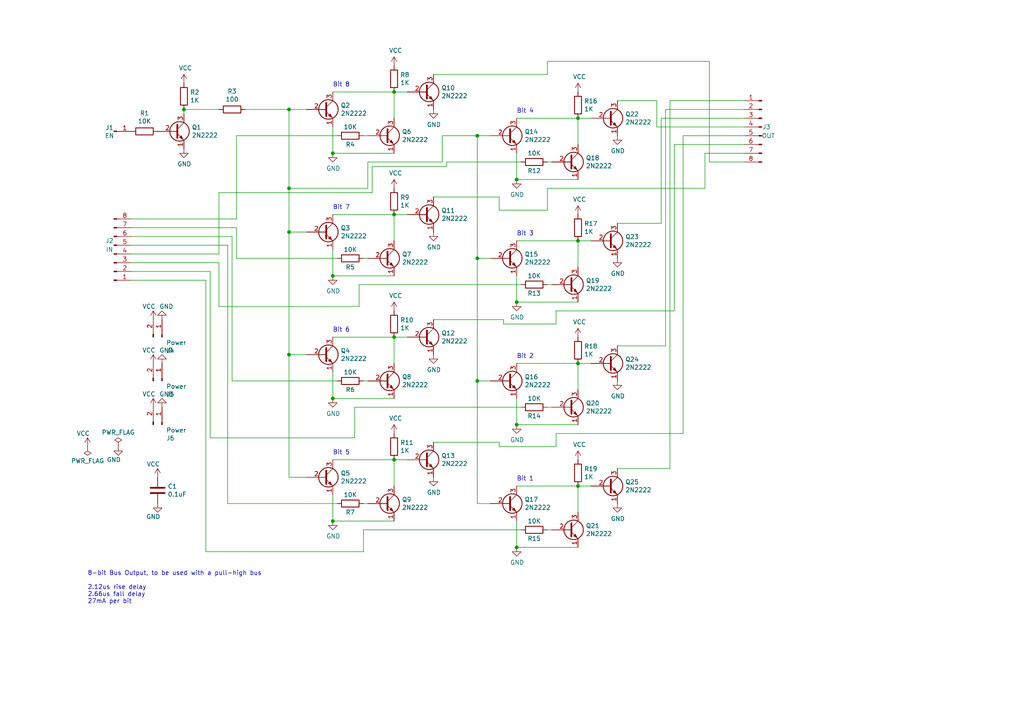
<source format=kicad_sch>
(kicad_sch (version 20230121) (generator eeschema)
  (paper "A4")
  (title_block (title "8-bit Bus Output Circuit") (date "2020-01-12") (rev "1"))
  (lib_symbols
    (symbol "2n2222:2N2222" (pin_names (offset 0) hide)
      (property "Reference" "Q" (at 5.08 1.905 0))
      (property "Value" "2N2222" (at 5.08 0 0))
      (symbol "2N2222_0_1"
        (polyline (pts (xy 0.635 0.635) (xy 2.54 2.54)))
        (polyline (pts (xy 0.635 -0.635) (xy 2.54 -2.54) (xy 2.54 -2.54)))
        (polyline (pts (xy 0.635 1.905) (xy 0.635 -1.905) (xy 0.635 -1.905)) (stroke (width 0.508)))
        (polyline (pts (xy 1.27 -1.778) (xy 1.778 -1.27) (xy 2.286 -2.286) (xy 1.27 -1.778) (xy 1.27 -1.778)) (fill (type outline)))
        (circle (center 1.27 0) (radius 2.8194) (stroke (width 0.254)))
      )
      (symbol "2N2222_1_1"
        (pin passive line (at 2.54 -5.08 90) (length 2.54) (name "E") (number "1"))
        (pin passive line (at -5.08 0 0) (length 5.715) (name "B") (number "2"))
        (pin passive line (at 2.54 5.08 270) (length 2.54) (name "C") (number "3"))
      )
    )
    (symbol "Connector:Conn_01x01_Pin" (pin_names (offset 1.016) hide)
      (property "Reference" "J" (at 0 2.54 0))
      (property "Value" "Conn_01x01_Pin" (at 0 -2.54 0))
      (symbol "Conn_01x01_Pin_1_1"
        (polyline (pts (xy 1.27 0) (xy 0.8636 0)) (stroke (width 0.1524)))
        (rectangle (start 0.8636 0.127) (end 0 -0.127) (stroke (width 0.1524)) (fill (type outline)))
        (pin passive line (at 5.08 0 180) (length 3.81) (name "Pin_1") (number "1"))
      )
    )
    (symbol "Connector:Conn_01x02_Pin" (pin_names (offset 1.016) hide)
      (property "Reference" "J" (at 0 2.54 0))
      (property "Value" "Conn_01x02_Pin" (at 0 -5.08 0))
      (symbol "Conn_01x02_Pin_1_1"
        (polyline (pts (xy 1.27 -2.54) (xy 0.8636 -2.54)) (stroke (width 0.1524)))
        (polyline (pts (xy 1.27 0) (xy 0.8636 0)) (stroke (width 0.1524)))
        (rectangle (start 0.8636 -2.413) (end 0 -2.667) (stroke (width 0.1524)) (fill (type outline)))
        (rectangle (start 0.8636 0.127) (end 0 -0.127) (stroke (width 0.1524)) (fill (type outline)))
        (pin passive line (at 5.08 0 180) (length 3.81) (name "Pin_1") (number "1"))
        (pin passive line (at 5.08 -2.54 180) (length 3.81) (name "Pin_2") (number "2"))
      )
    )
    (symbol "Connector:Conn_01x08_Pin" (pin_names (offset 1.016) hide)
      (property "Reference" "J" (at 0 10.16 0))
      (property "Value" "Conn_01x08_Pin" (at 0 -12.7 0))
      (symbol "Conn_01x08_Pin_1_1"
        (polyline (pts (xy 1.27 -10.16) (xy 0.8636 -10.16)) (stroke (width 0.1524)))
        (polyline (pts (xy 1.27 -7.62) (xy 0.8636 -7.62)) (stroke (width 0.1524)))
        (polyline (pts (xy 1.27 -5.08) (xy 0.8636 -5.08)) (stroke (width 0.1524)))
        (polyline (pts (xy 1.27 -2.54) (xy 0.8636 -2.54)) (stroke (width 0.1524)))
        (polyline (pts (xy 1.27 0) (xy 0.8636 0)) (stroke (width 0.1524)))
        (polyline (pts (xy 1.27 2.54) (xy 0.8636 2.54)) (stroke (width 0.1524)))
        (polyline (pts (xy 1.27 5.08) (xy 0.8636 5.08)) (stroke (width 0.1524)))
        (polyline (pts (xy 1.27 7.62) (xy 0.8636 7.62)) (stroke (width 0.1524)))
        (rectangle (start 0.8636 -10.033) (end 0 -10.287) (stroke (width 0.1524)) (fill (type outline)))
        (rectangle (start 0.8636 -7.493) (end 0 -7.747) (stroke (width 0.1524)) (fill (type outline)))
        (rectangle (start 0.8636 -4.953) (end 0 -5.207) (stroke (width 0.1524)) (fill (type outline)))
        (rectangle (start 0.8636 -2.413) (end 0 -2.667) (stroke (width 0.1524)) (fill (type outline)))
        (rectangle (start 0.8636 0.127) (end 0 -0.127) (stroke (width 0.1524)) (fill (type outline)))
        (rectangle (start 0.8636 2.667) (end 0 2.413) (stroke (width 0.1524)) (fill (type outline)))
        (rectangle (start 0.8636 5.207) (end 0 4.953) (stroke (width 0.1524)) (fill (type outline)))
        (rectangle (start 0.8636 7.747) (end 0 7.493) (stroke (width 0.1524)) (fill (type outline)))
        (pin passive line (at 5.08 7.62 180) (length 3.81) (name "Pin_1") (number "1"))
        (pin passive line (at 5.08 5.08 180) (length 3.81) (name "Pin_2") (number "2"))
        (pin passive line (at 5.08 2.54 180) (length 3.81) (name "Pin_3") (number "3"))
        (pin passive line (at 5.08 0 180) (length 3.81) (name "Pin_4") (number "4"))
        (pin passive line (at 5.08 -2.54 180) (length 3.81) (name "Pin_5") (number "5"))
        (pin passive line (at 5.08 -5.08 180) (length 3.81) (name "Pin_6") (number "6"))
        (pin passive line (at 5.08 -7.62 180) (length 3.81) (name "Pin_7") (number "7"))
        (pin passive line (at 5.08 -10.16 180) (length 3.81) (name "Pin_8") (number "8"))
      )
    )
    (symbol "Device:C" (pin_numbers hide) (pin_names (offset 0.254))
      (property "Reference" "C" (at 0.635 2.54 0))
      (property "Value" "C" (at 0.635 -2.54 0))
      (symbol "C_0_1"
        (polyline (pts (xy -2.032 -0.762) (xy 2.032 -0.762)) (stroke (width 0.508)))
        (polyline (pts (xy -2.032 0.762) (xy 2.032 0.762)) (stroke (width 0.508)))
      )
      (symbol "C_1_1"
        (pin passive line (at 0 3.81 270) (length 2.794) (name "~") (number "1"))
        (pin passive line (at 0 -3.81 90) (length 2.794) (name "~") (number "2"))
      )
    )
    (symbol "Device:R" (pin_numbers hide) (pin_names (offset 0))
      (property "Reference" "R" (at 2.032 0 90))
      (property "Value" "R" (at 0 0 90))
      (symbol "R_0_1"
        (rectangle (start -1.016 -2.54) (end 1.016 2.54) (stroke (width 0.254)))
      )
      (symbol "R_1_1"
        (pin passive line (at 0 3.81 270) (length 1.27) (name "~") (number "1"))
        (pin passive line (at 0 -3.81 90) (length 1.27) (name "~") (number "2"))
      )
    )
    (symbol "power:GND" (power) (pin_names (offset 0))
      (property "Value" "GND" (at 0 -3.81 0))
      (symbol "GND_0_1"
        (polyline (pts (xy 0 0) (xy 0 -1.27) (xy 1.27 -1.27) (xy 0 -2.54) (xy -1.27 -1.27) (xy 0 -1.27)))
      )
      (symbol "GND_1_1"
        (pin power_in line (at 0 0 270) (length 0) hide (name "GND") (number "1"))
      )
    )
    (symbol "power:PWR_FLAG" (power) (pin_numbers hide) (pin_names (offset 0) hide)
      (property "Value" "PWR_FLAG" (at 0 3.81 0))
      (symbol "PWR_FLAG_0_0"
        (pin power_out line (at 0 0 90) (length 0) (name "pwr") (number "1"))
      )
      (symbol "PWR_FLAG_0_1"
        (polyline (pts (xy 0 0) (xy 0 1.27) (xy -1.016 1.905) (xy 0 2.54) (xy 1.016 1.905) (xy 0 1.27)))
      )
    )
    (symbol "power:VCC" (power) (pin_names (offset 0))
      (property "Value" "VCC" (at 0 3.81 0))
      (symbol "VCC_0_1"
        (polyline (pts (xy -0.762 1.27) (xy 0 2.54)))
        (polyline (pts (xy 0 0) (xy 0 2.54)))
        (polyline (pts (xy 0 2.54) (xy 0.762 1.27)))
      )
      (symbol "VCC_1_1"
        (pin power_in line (at 0 0 90) (length 0) hide (name "VCC") (number "1"))
      )
    )
  )
  (junction (at 83.82 102.87))
  (junction (at 114.3 133.35))
  (junction (at 114.3 26.67))
  (junction (at 96.52 44.45))
  (junction (at 167.64 34.29))
  (junction (at 149.86 52.07))
  (junction (at 167.64 105.41))
  (junction (at 83.82 31.75))
  (junction (at 149.86 158.75))
  (junction (at 138.43 110.49))
  (junction (at 114.3 62.23))
  (junction (at 114.3 97.79))
  (junction (at 167.64 140.97))
  (junction (at 96.52 80.01))
  (junction (at 96.52 151.13))
  (junction (at 167.64 69.85))
  (junction (at 138.43 39.37))
  (junction (at 83.82 67.31))
  (junction (at 53.34 31.75))
  (junction (at 149.86 87.63))
  (junction (at 96.52 115.57))
  (junction (at 138.43 74.93))
  (junction (at 149.86 123.19))
  (junction (at 83.82 54.61))
  (wire (pts (xy 205.74 17.78) (xy 205.74 46.99)))
  (wire (pts (xy 83.82 102.87) (xy 83.82 138.43)))
  (wire (pts (xy 114.3 133.35) (xy 118.11 133.35)))
  (wire (pts (xy 146.05 93.98) (xy 161.29 93.98)))
  (wire (pts (xy 129.54 46.99) (xy 129.54 48.26)))
  (wire (pts (xy 104.14 82.55) (xy 104.14 88.9)))
  (wire (pts (xy 149.86 80.01) (xy 149.86 87.63)))
  (wire (pts (xy 96.52 72.39) (xy 96.52 80.01)))
  (wire (pts (xy 149.86 87.63) (xy 167.64 87.63)))
  (wire (pts (xy 96.52 44.45) (xy 114.3 44.45)))
  (wire (pts (xy 59.69 160.02) (xy 59.69 81.28)))
  (wire (pts (xy 105.41 153.67) (xy 105.41 160.02)))
  (wire (pts (xy 53.34 31.75) (xy 63.5 31.75)))
  (wire (pts (xy 114.3 105.41) (xy 114.3 97.79)))
  (wire (pts (xy 96.52 133.35) (xy 114.3 133.35)))
  (wire (pts (xy 190.5 36.83) (xy 215.9 36.83)))
  (wire (pts (xy 102.87 118.11) (xy 102.87 127)))
  (wire (pts (xy 96.52 80.01) (xy 114.3 80.01)))
  (wire (pts (xy 96.52 97.79) (xy 114.3 97.79)))
  (wire (pts (xy 96.52 62.23) (xy 114.3 62.23)))
  (wire (pts (xy 68.58 39.37) (xy 97.79 39.37)))
  (wire (pts (xy 158.75 46.99) (xy 160.02 46.99)))
  (wire (pts (xy 105.41 153.67) (xy 151.13 153.67)))
  (wire (pts (xy 104.14 82.55) (xy 151.13 82.55)))
  (wire (pts (xy 68.58 74.93) (xy 97.79 74.93)))
  (wire (pts (xy 96.52 36.83) (xy 96.52 44.45)))
  (wire (pts (xy 59.69 81.28) (xy 38.1 81.28)))
  (wire (pts (xy 158.75 82.55) (xy 160.02 82.55)))
  (wire (pts (xy 125.73 21.59) (xy 158.75 21.59)))
  (wire (pts (xy 194.31 29.21) (xy 215.9 29.21)))
  (wire (pts (xy 158.75 60.96) (xy 158.75 54.61)))
  (wire (pts (xy 83.82 67.31) (xy 83.82 102.87)))
  (wire (pts (xy 142.24 74.93) (xy 138.43 74.93)))
  (wire (pts (xy 83.82 102.87) (xy 88.9 102.87)))
  (wire (pts (xy 68.58 39.37) (xy 68.58 63.5)))
  (wire (pts (xy 149.86 52.07) (xy 167.64 52.07)))
  (wire (pts (xy 60.96 78.74) (xy 38.1 78.74)))
  (wire (pts (xy 105.41 160.02) (xy 59.69 160.02)))
  (wire (pts (xy 149.86 69.85) (xy 167.64 69.85)))
  (wire (pts (xy 105.41 74.93) (xy 106.68 74.93)))
  (wire (pts (xy 105.41 146.05) (xy 106.68 146.05)))
  (wire (pts (xy 193.04 100.33) (xy 193.04 31.75)))
  (wire (pts (xy 149.86 123.19) (xy 167.64 123.19)))
  (wire (pts (xy 205.74 46.99) (xy 215.9 46.99)))
  (wire (pts (xy 161.29 129.54) (xy 161.29 125.73)))
  (wire (pts (xy 102.87 118.11) (xy 151.13 118.11)))
  (wire (pts (xy 96.52 107.95) (xy 96.52 115.57)))
  (wire (pts (xy 138.43 74.93) (xy 138.43 110.49)))
  (wire (pts (xy 144.78 128.27) (xy 144.78 129.54)))
  (wire (pts (xy 96.52 26.67) (xy 114.3 26.67)))
  (wire (pts (xy 107.95 48.26) (xy 107.95 55.88)))
  (wire (pts (xy 125.73 92.71) (xy 146.05 92.71)))
  (wire (pts (xy 68.58 63.5) (xy 38.1 63.5)))
  (wire (pts (xy 149.86 158.75) (xy 167.64 158.75)))
  (wire (pts (xy 83.82 138.43) (xy 88.9 138.43)))
  (wire (pts (xy 149.86 151.13) (xy 149.86 158.75)))
  (wire (pts (xy 198.12 39.37) (xy 215.9 39.37)))
  (wire (pts (xy 167.64 140.97) (xy 171.45 140.97)))
  (wire (pts (xy 158.75 17.78) (xy 205.74 17.78)))
  (wire (pts (xy 83.82 54.61) (xy 106.68 54.61)))
  (wire (pts (xy 63.5 55.88) (xy 107.95 55.88)))
  (wire (pts (xy 179.07 29.21) (xy 190.5 29.21)))
  (wire (pts (xy 114.3 26.67) (xy 118.11 26.67)))
  (wire (pts (xy 68.58 66.04) (xy 68.58 74.93)))
  (wire (pts (xy 149.86 140.97) (xy 167.64 140.97)))
  (wire (pts (xy 60.96 127) (xy 60.96 78.74)))
  (wire (pts (xy 193.04 31.75) (xy 215.9 31.75)))
  (wire (pts (xy 138.43 146.05) (xy 142.24 146.05)))
  (wire (pts (xy 149.86 115.57) (xy 149.86 123.19)))
  (wire (pts (xy 114.3 97.79) (xy 118.11 97.79)))
  (wire (pts (xy 149.86 34.29) (xy 167.64 34.29)))
  (wire (pts (xy 129.54 46.99) (xy 151.13 46.99)))
  (wire (pts (xy 129.54 48.26) (xy 107.95 48.26)))
  (wire (pts (xy 63.5 73.66) (xy 38.1 73.66)))
  (wire (pts (xy 198.12 125.73) (xy 198.12 39.37)))
  (wire (pts (xy 149.86 105.41) (xy 167.64 105.41)))
  (wire (pts (xy 67.31 68.58) (xy 38.1 68.58)))
  (wire (pts (xy 195.58 90.17) (xy 195.58 41.91)))
  (wire (pts (xy 167.64 113.03) (xy 167.64 105.41)))
  (wire (pts (xy 138.43 74.93) (xy 138.43 39.37)))
  (wire (pts (xy 114.3 140.97) (xy 114.3 133.35)))
  (wire (pts (xy 63.5 88.9) (xy 63.5 76.2)))
  (wire (pts (xy 146.05 92.71) (xy 146.05 93.98)))
  (wire (pts (xy 161.29 125.73) (xy 198.12 125.73)))
  (wire (pts (xy 53.34 33.02) (xy 53.34 31.75)))
  (wire (pts (xy 125.73 128.27) (xy 144.78 128.27)))
  (wire (pts (xy 105.41 39.37) (xy 106.68 39.37)))
  (wire (pts (xy 102.87 127) (xy 60.96 127)))
  (wire (pts (xy 179.07 135.89) (xy 194.31 135.89)))
  (wire (pts (xy 138.43 39.37) (xy 142.24 39.37)))
  (wire (pts (xy 138.43 110.49) (xy 138.43 146.05)))
  (wire (pts (xy 38.1 66.04) (xy 68.58 66.04)))
  (wire (pts (xy 96.52 143.51) (xy 96.52 151.13)))
  (wire (pts (xy 125.73 57.15) (xy 144.78 57.15)))
  (wire (pts (xy 144.78 57.15) (xy 144.78 60.96)))
  (wire (pts (xy 179.07 100.33) (xy 193.04 100.33)))
  (wire (pts (xy 204.47 44.45) (xy 215.9 44.45)))
  (wire (pts (xy 104.14 88.9) (xy 63.5 88.9)))
  (wire (pts (xy 83.82 67.31) (xy 83.82 54.61)))
  (wire (pts (xy 167.64 34.29) (xy 171.45 34.29)))
  (wire (pts (xy 144.78 129.54) (xy 161.29 129.54)))
  (wire (pts (xy 161.29 90.17) (xy 195.58 90.17)))
  (wire (pts (xy 167.64 77.47) (xy 167.64 69.85)))
  (wire (pts (xy 158.75 118.11) (xy 160.02 118.11)))
  (wire (pts (xy 88.9 67.31) (xy 83.82 67.31)))
  (wire (pts (xy 114.3 69.85) (xy 114.3 62.23)))
  (wire (pts (xy 191.77 34.29) (xy 215.9 34.29)))
  (wire (pts (xy 138.43 110.49) (xy 142.24 110.49)))
  (wire (pts (xy 167.64 105.41) (xy 171.45 105.41)))
  (wire (pts (xy 149.86 44.45) (xy 149.86 52.07)))
  (wire (pts (xy 179.07 64.77) (xy 191.77 64.77)))
  (wire (pts (xy 63.5 76.2) (xy 38.1 76.2)))
  (wire (pts (xy 167.64 148.59) (xy 167.64 140.97)))
  (wire (pts (xy 63.5 55.88) (xy 63.5 73.66)))
  (wire (pts (xy 158.75 21.59) (xy 158.75 17.78)))
  (wire (pts (xy 67.31 110.49) (xy 97.79 110.49)))
  (wire (pts (xy 96.52 115.57) (xy 114.3 115.57)))
  (wire (pts (xy 38.1 71.12) (xy 66.04 71.12)))
  (wire (pts (xy 71.12 31.75) (xy 83.82 31.75)))
  (wire (pts (xy 105.41 110.49) (xy 106.68 110.49)))
  (wire (pts (xy 114.3 62.23) (xy 118.11 62.23)))
  (wire (pts (xy 128.27 39.37) (xy 138.43 39.37)))
  (wire (pts (xy 144.78 60.96) (xy 158.75 60.96)))
  (wire (pts (xy 194.31 135.89) (xy 194.31 29.21)))
  (wire (pts (xy 204.47 54.61) (xy 204.47 44.45)))
  (wire (pts (xy 190.5 29.21) (xy 190.5 36.83)))
  (wire (pts (xy 158.75 54.61) (xy 204.47 54.61)))
  (wire (pts (xy 114.3 34.29) (xy 114.3 26.67)))
  (wire (pts (xy 158.75 153.67) (xy 160.02 153.67)))
  (wire (pts (xy 167.64 69.85) (xy 171.45 69.85)))
  (wire (pts (xy 161.29 93.98) (xy 161.29 90.17)))
  (wire (pts (xy 195.58 41.91) (xy 215.9 41.91)))
  (wire (pts (xy 66.04 146.05) (xy 97.79 146.05)))
  (wire (pts (xy 106.68 46.99) (xy 128.27 46.99)))
  (wire (pts (xy 191.77 64.77) (xy 191.77 34.29)))
  (wire (pts (xy 83.82 54.61) (xy 83.82 31.75)))
  (wire (pts (xy 83.82 31.75) (xy 88.9 31.75)))
  (wire (pts (xy 106.68 54.61) (xy 106.68 46.99)))
  (wire (pts (xy 167.64 41.91) (xy 167.64 34.29)))
  (wire (pts (xy 128.27 46.99) (xy 128.27 39.37)))
  (wire (pts (xy 96.52 151.13) (xy 114.3 151.13)))
  (wire (pts (xy 66.04 71.12) (xy 66.04 146.05)))
  (wire (pts (xy 67.31 110.49) (xy 67.31 68.58)))
  (text "Bit 3" (at 149.86 68.58 0) (effects (font (size 1.27 1.27)) (justify left bottom)))
  (text "Bit 6" (at 96.52 96.52 0) (effects (font (size 1.27 1.27)) (justify left bottom)))
  (text "Bit 2" (at 149.86 104.14 0) (effects (font (size 1.27 1.27)) (justify left bottom)))
  (text "Bit 4" (at 149.86 33.02 0) (effects (font (size 1.27 1.27)) (justify left bottom)))
  (text "Bit 1" (at 149.86 139.7 0) (effects (font (size 1.27 1.27)) (justify left bottom)))
  (text "8-bit Bus Output, to be used with a pull-high bus\n\n2.12us rise delay\n2.66us fall delay\n27mA per bit" (at 25.4 175.26 0) (effects (font (size 1.27 1.27)) (justify left bottom)))
  (text "Bit 7" (at 96.52 60.96 0) (effects (font (size 1.27 1.27)) (justify left bottom)))
  (text "Bit 5" (at 96.52 132.08 0) (effects (font (size 1.27 1.27)) (justify left bottom)))
  (text "Bit 8" (at 96.52 25.4 0) (effects (font (size 1.27 1.27)) (justify left bottom)))
  (symbol (lib_id "Connector:Conn_01x01_Pin") (at 33.02 38.1 0) (mirror x) (unit 1)
    (property "Reference" "J1" (at 31.75 37.0586 0))
    (property "Value" "EN" (at 31.75 39.37 0))
    (property "Footprint" "Connector_PinHeader_2.54mm:PinHeader_1x01_P2.54mm_Vertical" (effects hide))
  )
  (symbol (lib_id "Device:R") (at 41.91 38.1 270) (unit 1)
    (property "Reference" "R1" (at 41.91 32.8422 90))
    (property "Value" "10K" (at 41.91 35.1536 90))
    (property "Footprint" "Resistor_THT:R_Axial_DIN0309_L9.0mm_D3.2mm_P12.70mm_Horizontal" (effects hide))
  )
  (symbol (lib_id "2n2222:2N2222") (at 50.8 38.1 0) (unit 1)
    (property "Reference" "Q1" (at 55.626 36.9316 0) (effects (justify left)))
    (property "Value" "2N2222" (at 55.626 39.243 0) (effects (justify left)))
    (property "Footprint" "Package_TO_SOT_THT:TO-92_Inline" (effects hide))
    (property "Datasheet" "https://www.fairchildsemi.com/datasheets/2N/2N3904.pdf" (effects hide))
  )
  (symbol (lib_id "Device:R") (at 53.34 27.94 180) (unit 1)
    (property "Reference" "R2" (at 55.118 26.7716 0) (effects (justify right)))
    (property "Value" "1K" (at 55.118 29.083 0) (effects (justify right)))
    (property "Footprint" "Resistor_THT:R_Axial_DIN0309_L9.0mm_D3.2mm_P12.70mm_Horizontal" (effects hide))
  )
  (symbol (lib_id "power:VCC") (at 53.34 24.13 0) (unit 1)
    (property "Reference" "#PWR01" (effects hide))
    (property "Value" "VCC" (at 53.7718 19.7358 0))
  )
  (symbol (lib_id "Device:R") (at 67.31 31.75 270) (unit 1)
    (property "Reference" "R3" (at 67.31 26.4922 90))
    (property "Value" "100" (at 67.31 28.8036 90))
    (property "Footprint" "Resistor_THT:R_Axial_DIN0309_L9.0mm_D3.2mm_P12.70mm_Horizontal" (effects hide))
  )
  (symbol (lib_id "2n2222:2N2222") (at 93.98 67.31 0) (unit 1)
    (property "Reference" "Q3" (at 98.806 66.1416 0) (effects (justify left)))
    (property "Value" "2N2222" (at 98.806 68.453 0) (effects (justify left)))
    (property "Footprint" "Package_TO_SOT_THT:TO-92_Inline" (effects hide))
    (property "Datasheet" "https://www.fairchildsemi.com/datasheets/2N/2N3904.pdf" (effects hide))
  )
  (symbol (lib_id "2n2222:2N2222") (at 111.76 74.93 0) (unit 1)
    (property "Reference" "Q7" (at 116.586 73.7616 0) (effects (justify left)))
    (property "Value" "2N2222" (at 116.586 76.073 0) (effects (justify left)))
    (property "Footprint" "Package_TO_SOT_THT:TO-92_Inline" (effects hide))
    (property "Datasheet" "https://www.fairchildsemi.com/datasheets/2N/2N3904.pdf" (effects hide))
  )
  (symbol (lib_id "power:GND") (at 96.52 80.01 0) (unit 1)
    (property "Reference" "#PWR03" (effects hide))
    (property "Value" "GND" (at 96.647 84.4042 0))
  )
  (symbol (lib_id "Device:R") (at 114.3 58.42 180) (unit 1)
    (property "Reference" "R9" (at 116.078 57.2516 0) (effects (justify right)))
    (property "Value" "1K" (at 116.078 59.563 0) (effects (justify right)))
    (property "Footprint" "Resistor_THT:R_Axial_DIN0309_L9.0mm_D3.2mm_P12.70mm_Horizontal" (effects hide))
  )
  (symbol (lib_id "power:VCC") (at 114.3 54.61 0) (unit 1)
    (property "Reference" "#PWR07" (effects hide))
    (property "Value" "VCC" (at 114.7318 50.2158 0))
  )
  (symbol (lib_id "2n2222:2N2222") (at 123.19 62.23 0) (unit 1)
    (property "Reference" "Q11" (at 128.016 61.0616 0) (effects (justify left)))
    (property "Value" "2N2222" (at 128.016 63.373 0) (effects (justify left)))
    (property "Footprint" "Package_TO_SOT_THT:TO-92_Inline" (effects hide))
    (property "Datasheet" "https://www.fairchildsemi.com/datasheets/2N/2N3904.pdf" (effects hide))
  )
  (symbol (lib_id "power:GND") (at 125.73 67.31 0) (unit 1)
    (property "Reference" "#PWR011" (effects hide))
    (property "Value" "GND" (at 125.857 71.7042 0))
  )
  (symbol (lib_id "Device:R") (at 101.6 74.93 270) (unit 1)
    (property "Reference" "R5" (at 101.6 77.47 90))
    (property "Value" "10K" (at 101.6 72.39 90))
    (property "Footprint" "Resistor_THT:R_Axial_DIN0309_L9.0mm_D3.2mm_P12.70mm_Horizontal" (effects hide))
  )
  (symbol (lib_id "2n2222:2N2222") (at 93.98 31.75 0) (unit 1)
    (property "Reference" "Q2" (at 98.806 30.5816 0) (effects (justify left)))
    (property "Value" "2N2222" (at 98.806 32.893 0) (effects (justify left)))
    (property "Footprint" "Package_TO_SOT_THT:TO-92_Inline" (effects hide))
    (property "Datasheet" "https://www.fairchildsemi.com/datasheets/2N/2N3904.pdf" (effects hide))
  )
  (symbol (lib_id "2n2222:2N2222") (at 111.76 39.37 0) (unit 1)
    (property "Reference" "Q6" (at 116.586 38.2016 0) (effects (justify left)))
    (property "Value" "2N2222" (at 116.586 40.513 0) (effects (justify left)))
    (property "Footprint" "Package_TO_SOT_THT:TO-92_Inline" (effects hide))
    (property "Datasheet" "https://www.fairchildsemi.com/datasheets/2N/2N3904.pdf" (effects hide))
  )
  (symbol (lib_id "power:GND") (at 96.52 44.45 0) (unit 1)
    (property "Reference" "#PWR02" (effects hide))
    (property "Value" "GND" (at 96.647 48.8442 0))
  )
  (symbol (lib_id "Device:R") (at 114.3 22.86 180) (unit 1)
    (property "Reference" "R8" (at 116.078 21.6916 0) (effects (justify right)))
    (property "Value" "1K" (at 116.078 24.003 0) (effects (justify right)))
    (property "Footprint" "Resistor_THT:R_Axial_DIN0309_L9.0mm_D3.2mm_P12.70mm_Horizontal" (effects hide))
  )
  (symbol (lib_id "power:VCC") (at 114.3 19.05 0) (unit 1)
    (property "Reference" "#PWR06" (effects hide))
    (property "Value" "VCC" (at 114.7318 14.6558 0))
  )
  (symbol (lib_id "2n2222:2N2222") (at 123.19 26.67 0) (unit 1)
    (property "Reference" "Q10" (at 128.016 25.5016 0) (effects (justify left)))
    (property "Value" "2N2222" (at 128.016 27.813 0) (effects (justify left)))
    (property "Footprint" "Package_TO_SOT_THT:TO-92_Inline" (effects hide))
    (property "Datasheet" "https://www.fairchildsemi.com/datasheets/2N/2N3904.pdf" (effects hide))
  )
  (symbol (lib_id "power:GND") (at 125.73 31.75 0) (unit 1)
    (property "Reference" "#PWR010" (effects hide))
    (property "Value" "GND" (at 125.857 36.1442 0))
  )
  (symbol (lib_id "Device:R") (at 101.6 39.37 270) (unit 1)
    (property "Reference" "R4" (at 101.6 41.91 90))
    (property "Value" "10K" (at 101.6 36.83 90))
    (property "Footprint" "Resistor_THT:R_Axial_DIN0309_L9.0mm_D3.2mm_P12.70mm_Horizontal" (effects hide))
  )
  (symbol (lib_id "2n2222:2N2222") (at 93.98 138.43 0) (unit 1)
    (property "Reference" "Q5" (at 98.806 137.2616 0) (effects (justify left)))
    (property "Value" "2N2222" (at 98.806 139.573 0) (effects (justify left)))
    (property "Footprint" "Package_TO_SOT_THT:TO-92_Inline" (effects hide))
    (property "Datasheet" "https://www.fairchildsemi.com/datasheets/2N/2N3904.pdf" (effects hide))
  )
  (symbol (lib_id "2n2222:2N2222") (at 111.76 146.05 0) (unit 1)
    (property "Reference" "Q9" (at 116.586 144.8816 0) (effects (justify left)))
    (property "Value" "2N2222" (at 116.586 147.193 0) (effects (justify left)))
    (property "Footprint" "Package_TO_SOT_THT:TO-92_Inline" (effects hide))
    (property "Datasheet" "https://www.fairchildsemi.com/datasheets/2N/2N3904.pdf" (effects hide))
  )
  (symbol (lib_id "power:GND") (at 96.52 151.13 0) (unit 1)
    (property "Reference" "#PWR05" (effects hide))
    (property "Value" "GND" (at 96.647 155.5242 0))
  )
  (symbol (lib_id "Device:R") (at 114.3 129.54 180) (unit 1)
    (property "Reference" "R11" (at 116.078 128.3716 0) (effects (justify right)))
    (property "Value" "1K" (at 116.078 130.683 0) (effects (justify right)))
    (property "Footprint" "Resistor_THT:R_Axial_DIN0309_L9.0mm_D3.2mm_P12.70mm_Horizontal" (effects hide))
  )
  (symbol (lib_id "power:VCC") (at 114.3 125.73 0) (unit 1)
    (property "Reference" "#PWR09" (effects hide))
    (property "Value" "VCC" (at 114.7318 121.3358 0))
  )
  (symbol (lib_id "2n2222:2N2222") (at 123.19 133.35 0) (unit 1)
    (property "Reference" "Q13" (at 128.016 132.1816 0) (effects (justify left)))
    (property "Value" "2N2222" (at 128.016 134.493 0) (effects (justify left)))
    (property "Footprint" "Package_TO_SOT_THT:TO-92_Inline" (effects hide))
    (property "Datasheet" "https://www.fairchildsemi.com/datasheets/2N/2N3904.pdf" (effects hide))
  )
  (symbol (lib_id "power:GND") (at 125.73 138.43 0) (unit 1)
    (property "Reference" "#PWR013" (effects hide))
    (property "Value" "GND" (at 125.857 142.8242 0))
  )
  (symbol (lib_id "Device:R") (at 101.6 146.05 270) (unit 1)
    (property "Reference" "R7" (at 101.6 148.59 90))
    (property "Value" "10K" (at 101.6 143.51 90))
    (property "Footprint" "Resistor_THT:R_Axial_DIN0309_L9.0mm_D3.2mm_P12.70mm_Horizontal" (effects hide))
  )
  (symbol (lib_id "2n2222:2N2222") (at 93.98 102.87 0) (unit 1)
    (property "Reference" "Q4" (at 98.806 101.7016 0) (effects (justify left)))
    (property "Value" "2N2222" (at 98.806 104.013 0) (effects (justify left)))
    (property "Footprint" "Package_TO_SOT_THT:TO-92_Inline" (effects hide))
    (property "Datasheet" "https://www.fairchildsemi.com/datasheets/2N/2N3904.pdf" (effects hide))
  )
  (symbol (lib_id "2n2222:2N2222") (at 111.76 110.49 0) (unit 1)
    (property "Reference" "Q8" (at 116.586 109.3216 0) (effects (justify left)))
    (property "Value" "2N2222" (at 116.586 111.633 0) (effects (justify left)))
    (property "Footprint" "Package_TO_SOT_THT:TO-92_Inline" (effects hide))
    (property "Datasheet" "https://www.fairchildsemi.com/datasheets/2N/2N3904.pdf" (effects hide))
  )
  (symbol (lib_id "power:GND") (at 96.52 115.57 0) (unit 1)
    (property "Reference" "#PWR04" (effects hide))
    (property "Value" "GND" (at 96.647 119.9642 0))
  )
  (symbol (lib_id "Device:R") (at 114.3 93.98 180) (unit 1)
    (property "Reference" "R10" (at 116.078 92.8116 0) (effects (justify right)))
    (property "Value" "1K" (at 116.078 95.123 0) (effects (justify right)))
    (property "Footprint" "Resistor_THT:R_Axial_DIN0309_L9.0mm_D3.2mm_P12.70mm_Horizontal" (effects hide))
  )
  (symbol (lib_id "power:VCC") (at 114.3 90.17 0) (unit 1)
    (property "Reference" "#PWR08" (effects hide))
    (property "Value" "VCC" (at 114.7318 85.7758 0))
  )
  (symbol (lib_id "2n2222:2N2222") (at 123.19 97.79 0) (unit 1)
    (property "Reference" "Q12" (at 128.016 96.6216 0) (effects (justify left)))
    (property "Value" "2N2222" (at 128.016 98.933 0) (effects (justify left)))
    (property "Footprint" "Package_TO_SOT_THT:TO-92_Inline" (effects hide))
    (property "Datasheet" "https://www.fairchildsemi.com/datasheets/2N/2N3904.pdf" (effects hide))
  )
  (symbol (lib_id "power:GND") (at 125.73 102.87 0) (unit 1)
    (property "Reference" "#PWR012" (effects hide))
    (property "Value" "GND" (at 125.857 107.2642 0))
  )
  (symbol (lib_id "Device:R") (at 101.6 110.49 270) (unit 1)
    (property "Reference" "R6" (at 101.6 113.03 90))
    (property "Value" "10K" (at 101.6 107.95 90))
    (property "Footprint" "Resistor_THT:R_Axial_DIN0309_L9.0mm_D3.2mm_P12.70mm_Horizontal" (effects hide))
  )
  (symbol (lib_id "2n2222:2N2222") (at 147.32 74.93 0) (unit 1)
    (property "Reference" "Q15" (at 152.146 73.7616 0) (effects (justify left)))
    (property "Value" "2N2222" (at 152.146 76.073 0) (effects (justify left)))
    (property "Footprint" "Package_TO_SOT_THT:TO-92_Inline" (effects hide))
    (property "Datasheet" "https://www.fairchildsemi.com/datasheets/2N/2N3904.pdf" (effects hide))
  )
  (symbol (lib_id "2n2222:2N2222") (at 165.1 82.55 0) (unit 1)
    (property "Reference" "Q19" (at 169.926 81.3816 0) (effects (justify left)))
    (property "Value" "2N2222" (at 169.926 83.693 0) (effects (justify left)))
    (property "Footprint" "Package_TO_SOT_THT:TO-92_Inline" (effects hide))
    (property "Datasheet" "https://www.fairchildsemi.com/datasheets/2N/2N3904.pdf" (effects hide))
  )
  (symbol (lib_id "power:GND") (at 149.86 87.63 0) (unit 1)
    (property "Reference" "#PWR015" (effects hide))
    (property "Value" "GND" (at 149.987 92.0242 0))
  )
  (symbol (lib_id "Device:R") (at 167.64 66.04 180) (unit 1)
    (property "Reference" "R17" (at 169.418 64.8716 0) (effects (justify right)))
    (property "Value" "1K" (at 169.418 67.183 0) (effects (justify right)))
    (property "Footprint" "Resistor_THT:R_Axial_DIN0309_L9.0mm_D3.2mm_P12.70mm_Horizontal" (effects hide))
  )
  (symbol (lib_id "power:VCC") (at 167.64 62.23 0) (unit 1)
    (property "Reference" "#PWR019" (effects hide))
    (property "Value" "VCC" (at 168.0718 57.8358 0))
  )
  (symbol (lib_id "2n2222:2N2222") (at 176.53 69.85 0) (unit 1)
    (property "Reference" "Q23" (at 181.356 68.6816 0) (effects (justify left)))
    (property "Value" "2N2222" (at 181.356 70.993 0) (effects (justify left)))
    (property "Footprint" "Package_TO_SOT_THT:TO-92_Inline" (effects hide))
    (property "Datasheet" "https://www.fairchildsemi.com/datasheets/2N/2N3904.pdf" (effects hide))
  )
  (symbol (lib_id "power:GND") (at 179.07 74.93 0) (unit 1)
    (property "Reference" "#PWR023" (effects hide))
    (property "Value" "GND" (at 179.197 79.3242 0))
  )
  (symbol (lib_id "Device:R") (at 154.94 82.55 270) (unit 1)
    (property "Reference" "R13" (at 154.94 85.09 90))
    (property "Value" "10K" (at 154.94 80.01 90))
    (property "Footprint" "Resistor_THT:R_Axial_DIN0309_L9.0mm_D3.2mm_P12.70mm_Horizontal" (effects hide))
  )
  (symbol (lib_id "2n2222:2N2222") (at 147.32 39.37 0) (unit 1)
    (property "Reference" "Q14" (at 152.146 38.2016 0) (effects (justify left)))
    (property "Value" "2N2222" (at 152.146 40.513 0) (effects (justify left)))
    (property "Footprint" "Package_TO_SOT_THT:TO-92_Inline" (effects hide))
    (property "Datasheet" "https://www.fairchildsemi.com/datasheets/2N/2N3904.pdf" (effects hide))
  )
  (symbol (lib_id "2n2222:2N2222") (at 165.1 46.99 0) (unit 1)
    (property "Reference" "Q18" (at 169.926 45.8216 0) (effects (justify left)))
    (property "Value" "2N2222" (at 169.926 48.133 0) (effects (justify left)))
    (property "Footprint" "Package_TO_SOT_THT:TO-92_Inline" (effects hide))
    (property "Datasheet" "https://www.fairchildsemi.com/datasheets/2N/2N3904.pdf" (effects hide))
  )
  (symbol (lib_id "power:GND") (at 149.86 52.07 0) (unit 1)
    (property "Reference" "#PWR014" (effects hide))
    (property "Value" "GND" (at 149.987 56.4642 0))
  )
  (symbol (lib_id "Device:R") (at 167.64 30.48 180) (unit 1)
    (property "Reference" "R16" (at 169.418 29.3116 0) (effects (justify right)))
    (property "Value" "1K" (at 169.418 31.623 0) (effects (justify right)))
    (property "Footprint" "Resistor_THT:R_Axial_DIN0309_L9.0mm_D3.2mm_P12.70mm_Horizontal" (effects hide))
  )
  (symbol (lib_id "power:VCC") (at 167.64 26.67 0) (unit 1)
    (property "Reference" "#PWR018" (effects hide))
    (property "Value" "VCC" (at 168.0718 22.2758 0))
  )
  (symbol (lib_id "2n2222:2N2222") (at 176.53 34.29 0) (unit 1)
    (property "Reference" "Q22" (at 181.356 33.1216 0) (effects (justify left)))
    (property "Value" "2N2222" (at 181.356 35.433 0) (effects (justify left)))
    (property "Footprint" "Package_TO_SOT_THT:TO-92_Inline" (effects hide))
    (property "Datasheet" "https://www.fairchildsemi.com/datasheets/2N/2N3904.pdf" (effects hide))
  )
  (symbol (lib_id "power:GND") (at 179.07 39.37 0) (unit 1)
    (property "Reference" "#PWR022" (effects hide))
    (property "Value" "GND" (at 179.197 43.7642 0))
  )
  (symbol (lib_id "Device:R") (at 154.94 46.99 270) (unit 1)
    (property "Reference" "R12" (at 154.94 49.53 90))
    (property "Value" "10K" (at 154.94 44.45 90))
    (property "Footprint" "Resistor_THT:R_Axial_DIN0309_L9.0mm_D3.2mm_P12.70mm_Horizontal" (effects hide))
  )
  (symbol (lib_id "2n2222:2N2222") (at 147.32 146.05 0) (unit 1)
    (property "Reference" "Q17" (at 152.146 144.8816 0) (effects (justify left)))
    (property "Value" "2N2222" (at 152.146 147.193 0) (effects (justify left)))
    (property "Footprint" "Package_TO_SOT_THT:TO-92_Inline" (effects hide))
    (property "Datasheet" "https://www.fairchildsemi.com/datasheets/2N/2N3904.pdf" (effects hide))
  )
  (symbol (lib_id "2n2222:2N2222") (at 165.1 153.67 0) (unit 1)
    (property "Reference" "Q21" (at 169.926 152.5016 0) (effects (justify left)))
    (property "Value" "2N2222" (at 169.926 154.813 0) (effects (justify left)))
    (property "Footprint" "Package_TO_SOT_THT:TO-92_Inline" (effects hide))
    (property "Datasheet" "https://www.fairchildsemi.com/datasheets/2N/2N3904.pdf" (effects hide))
  )
  (symbol (lib_id "power:GND") (at 149.86 158.75 0) (unit 1)
    (property "Reference" "#PWR017" (effects hide))
    (property "Value" "GND" (at 149.987 163.1442 0))
  )
  (symbol (lib_id "Device:R") (at 167.64 137.16 180) (unit 1)
    (property "Reference" "R19" (at 169.418 135.9916 0) (effects (justify right)))
    (property "Value" "1K" (at 169.418 138.303 0) (effects (justify right)))
    (property "Footprint" "Resistor_THT:R_Axial_DIN0309_L9.0mm_D3.2mm_P12.70mm_Horizontal" (effects hide))
  )
  (symbol (lib_id "power:VCC") (at 167.64 133.35 0) (unit 1)
    (property "Reference" "#PWR021" (effects hide))
    (property "Value" "VCC" (at 168.0718 128.9558 0))
  )
  (symbol (lib_id "2n2222:2N2222") (at 176.53 140.97 0) (unit 1)
    (property "Reference" "Q25" (at 181.356 139.8016 0) (effects (justify left)))
    (property "Value" "2N2222" (at 181.356 142.113 0) (effects (justify left)))
    (property "Footprint" "Package_TO_SOT_THT:TO-92_Inline" (effects hide))
    (property "Datasheet" "https://www.fairchildsemi.com/datasheets/2N/2N3904.pdf" (effects hide))
  )
  (symbol (lib_id "power:GND") (at 179.07 146.05 0) (unit 1)
    (property "Reference" "#PWR025" (effects hide))
    (property "Value" "GND" (at 179.197 150.4442 0))
  )
  (symbol (lib_id "Device:R") (at 154.94 153.67 270) (unit 1)
    (property "Reference" "R15" (at 154.94 156.21 90))
    (property "Value" "10K" (at 154.94 151.13 90))
    (property "Footprint" "Resistor_THT:R_Axial_DIN0309_L9.0mm_D3.2mm_P12.70mm_Horizontal" (effects hide))
  )
  (symbol (lib_id "2n2222:2N2222") (at 147.32 110.49 0) (unit 1)
    (property "Reference" "Q16" (at 152.146 109.3216 0) (effects (justify left)))
    (property "Value" "2N2222" (at 152.146 111.633 0) (effects (justify left)))
    (property "Footprint" "Package_TO_SOT_THT:TO-92_Inline" (effects hide))
    (property "Datasheet" "https://www.fairchildsemi.com/datasheets/2N/2N3904.pdf" (effects hide))
  )
  (symbol (lib_id "2n2222:2N2222") (at 165.1 118.11 0) (unit 1)
    (property "Reference" "Q20" (at 169.926 116.9416 0) (effects (justify left)))
    (property "Value" "2N2222" (at 169.926 119.253 0) (effects (justify left)))
    (property "Footprint" "Package_TO_SOT_THT:TO-92_Inline" (effects hide))
    (property "Datasheet" "https://www.fairchildsemi.com/datasheets/2N/2N3904.pdf" (effects hide))
  )
  (symbol (lib_id "power:GND") (at 149.86 123.19 0) (unit 1)
    (property "Reference" "#PWR016" (effects hide))
    (property "Value" "GND" (at 149.987 127.5842 0))
  )
  (symbol (lib_id "Device:R") (at 167.64 101.6 180) (unit 1)
    (property "Reference" "R18" (at 169.418 100.4316 0) (effects (justify right)))
    (property "Value" "1K" (at 169.418 102.743 0) (effects (justify right)))
    (property "Footprint" "Resistor_THT:R_Axial_DIN0309_L9.0mm_D3.2mm_P12.70mm_Horizontal" (effects hide))
  )
  (symbol (lib_id "power:VCC") (at 167.64 97.79 0) (unit 1)
    (property "Reference" "#PWR020" (effects hide))
    (property "Value" "VCC" (at 168.0718 93.3958 0))
  )
  (symbol (lib_id "2n2222:2N2222") (at 176.53 105.41 0) (unit 1)
    (property "Reference" "Q24" (at 181.356 104.2416 0) (effects (justify left)))
    (property "Value" "2N2222" (at 181.356 106.553 0) (effects (justify left)))
    (property "Footprint" "Package_TO_SOT_THT:TO-92_Inline" (effects hide))
    (property "Datasheet" "https://www.fairchildsemi.com/datasheets/2N/2N3904.pdf" (effects hide))
  )
  (symbol (lib_id "power:GND") (at 179.07 110.49 0) (unit 1)
    (property "Reference" "#PWR024" (effects hide))
    (property "Value" "GND" (at 179.197 114.8842 0))
  )
  (symbol (lib_id "Device:R") (at 154.94 118.11 270) (unit 1)
    (property "Reference" "R14" (at 154.94 120.65 90))
    (property "Value" "10K" (at 154.94 115.57 90))
    (property "Footprint" "Resistor_THT:R_Axial_DIN0309_L9.0mm_D3.2mm_P12.70mm_Horizontal" (effects hide))
  )
  (symbol (lib_id "power:GND") (at 53.34 43.18 0) (unit 1)
    (property "Reference" "#PWR0101" (effects hide))
    (property "Value" "GND" (at 53.467 47.5742 0))
  )
  (symbol (lib_id "Connector:Conn_01x08_Pin") (at 33.02 73.66 0) (mirror x) (unit 1)
    (property "Reference" "J2" (at 31.75 69.85 0))
    (property "Value" "IN" (at 31.75 72.39 0))
    (property "Footprint" "Connector_PinHeader_2.54mm:PinHeader_1x08_P2.54mm_Vertical" (effects hide))
  )
  (symbol (lib_id "Connector:Conn_01x08_Pin") (at 220.98 36.83 0) (mirror y) (unit 1)
    (property "Reference" "J3" (at 223.52 36.83 0) (effects (justify left)))
    (property "Value" "OUT" (at 224.79 39.37 0) (effects (justify left)))
    (property "Footprint" "Connector_PinHeader_2.54mm:PinHeader_1x08_P2.54mm_Vertical" (effects hide))
  )
  (symbol (lib_id "power:GND") (at 46.99 105.41 180) (unit 1)
    (property "Reference" "#PWR032" (effects hide))
    (property "Value" "GND" (at 48.26 101.6 0))
  )
  (symbol (lib_id "power:VCC") (at 44.45 105.41 0) (unit 1)
    (property "Reference" "#PWR027" (effects hide))
    (property "Value" "VCC" (at 43.18 101.6 0))
  )
  (symbol (lib_id "Connector:Conn_01x02_Pin") (at 46.99 110.49 270) (mirror x) (unit 1)
    (property "Reference" "J5" (at 48.2092 114.4016 90) (effects (justify left)))
    (property "Value" "Power" (at 48.2092 112.0902 90) (effects (justify left)))
    (property "Footprint" "Connector_PinHeader_2.54mm:PinHeader_1x02_P2.54mm_Vertical" (effects hide))
  )
  (symbol (lib_id "power:GND") (at 46.99 92.71 180) (unit 1)
    (property "Reference" "#PWR031" (effects hide))
    (property "Value" "GND" (at 48.26 88.9 0))
  )
  (symbol (lib_id "power:VCC") (at 44.45 92.71 0) (unit 1)
    (property "Reference" "#PWR026" (effects hide))
    (property "Value" "VCC" (at 43.18 88.9 0))
  )
  (symbol (lib_id "Connector:Conn_01x02_Pin") (at 46.99 97.79 270) (mirror x) (unit 1)
    (property "Reference" "J4" (at 48.2092 101.7016 90) (effects (justify left)))
    (property "Value" "Power" (at 48.2092 99.3902 90) (effects (justify left)))
    (property "Footprint" "Connector_PinHeader_2.54mm:PinHeader_1x02_P2.54mm_Vertical" (effects hide))
  )
  (symbol (lib_id "power:GND") (at 46.99 118.11 180) (unit 1)
    (property "Reference" "#PWR033" (effects hide))
    (property "Value" "GND" (at 48.26 114.3 0))
  )
  (symbol (lib_id "power:VCC") (at 44.45 118.11 0) (unit 1)
    (property "Reference" "#PWR028" (effects hide))
    (property "Value" "VCC" (at 43.18 114.3 0))
  )
  (symbol (lib_id "Connector:Conn_01x02_Pin") (at 46.99 123.19 270) (mirror x) (unit 1)
    (property "Reference" "J6" (at 48.2092 127.1016 90) (effects (justify left)))
    (property "Value" "Power" (at 48.2092 124.7902 90) (effects (justify left)))
    (property "Footprint" "Connector_PinHeader_2.54mm:PinHeader_1x02_P2.54mm_Vertical" (effects hide))
  )
  (symbol (lib_id "power:VCC") (at 45.72 138.43 0) (unit 1)
    (property "Reference" "#PWR029" (effects hide))
    (property "Value" "VCC" (at 44.45 134.62 0))
  )
  (symbol (lib_id "power:GND") (at 45.72 146.05 0) (unit 1)
    (property "Reference" "#PWR030" (effects hide))
    (property "Value" "GND" (at 44.45 149.86 0))
  )
  (symbol (lib_id "Device:C") (at 45.72 142.24 0) (unit 1)
    (property "Reference" "C1" (at 48.641 141.0716 0) (effects (justify left)))
    (property "Value" "0.1uF" (at 48.641 143.383 0) (effects (justify left)))
    (property "Footprint" "Capacitor_THT:C_Disc_D4.3mm_W1.9mm_P5.00mm" (effects hide))
  )
  (symbol (lib_id "power:PWR_FLAG") (at 34.29 129.54 0) (unit 1)
    (property "Reference" "#FLG02" (effects hide))
    (property "Value" "PWR_FLAG" (at 34.29 125.4069 0))
  )
  (symbol (lib_id "power:PWR_FLAG") (at 25.4 129.54 180) (unit 1)
    (property "Reference" "#FLG01" (effects hide))
    (property "Value" "PWR_FLAG" (at 25.4 133.6731 0))
  )
  (symbol (lib_id "power:VCC") (at 25.4 129.54 0) (unit 1)
    (property "Reference" "#PWR034" (effects hide))
    (property "Value" "VCC" (at 24.13 125.73 0))
  )
  (symbol (lib_id "power:GND") (at 34.29 129.54 0) (unit 1)
    (property "Reference" "#PWR035" (effects hide))
    (property "Value" "GND" (at 33.02 133.35 0))
  )
)
</source>
